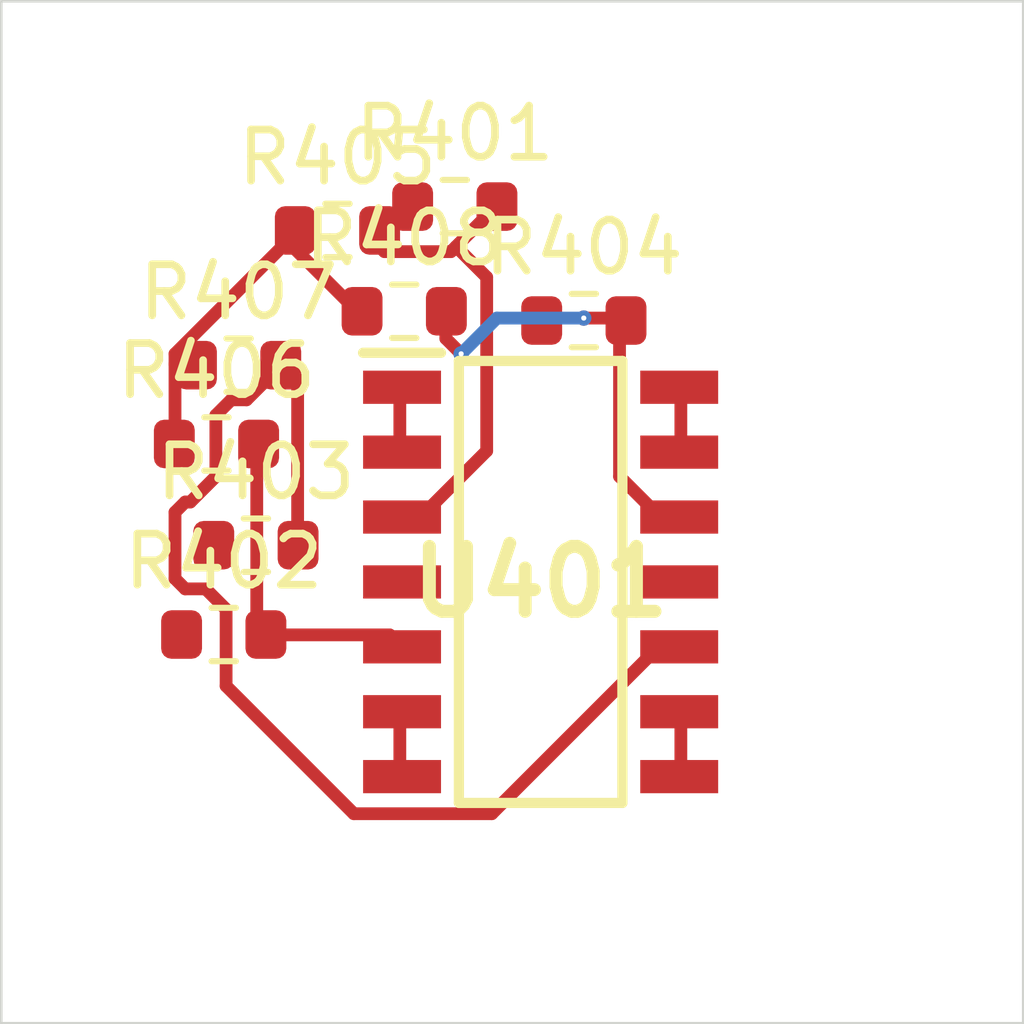
<source format=kicad_pcb>
 ( kicad_pcb  ( version 20171130 )
 ( host pcbnew 5.1.12-84ad8e8a86~92~ubuntu18.04.1 )
 ( general  ( thickness 1.6 )
 ( drawings 4 )
 ( tracks 0 )
 ( zones 0 )
 ( modules 9 )
 ( nets 14 )
)
 ( page A4 )
 ( layers  ( 0 F.Cu signal )
 ( 31 B.Cu signal )
 ( 32 B.Adhes user )
 ( 33 F.Adhes user )
 ( 34 B.Paste user )
 ( 35 F.Paste user )
 ( 36 B.SilkS user )
 ( 37 F.SilkS user )
 ( 38 B.Mask user )
 ( 39 F.Mask user )
 ( 40 Dwgs.User user )
 ( 41 Cmts.User user )
 ( 42 Eco1.User user )
 ( 43 Eco2.User user )
 ( 44 Edge.Cuts user )
 ( 45 Margin user )
 ( 46 B.CrtYd user )
 ( 47 F.CrtYd user )
 ( 48 B.Fab user )
 ( 49 F.Fab user )
)
 ( setup  ( last_trace_width 0.25 )
 ( trace_clearance 0.2 )
 ( zone_clearance 0.508 )
 ( zone_45_only no )
 ( trace_min 0.2 )
 ( via_size 0.8 )
 ( via_drill 0.4 )
 ( via_min_size 0.4 )
 ( via_min_drill 0.3 )
 ( uvia_size 0.3 )
 ( uvia_drill 0.1 )
 ( uvias_allowed no )
 ( uvia_min_size 0.2 )
 ( uvia_min_drill 0.1 )
 ( edge_width 0.05 )
 ( segment_width 0.2 )
 ( pcb_text_width 0.3 )
 ( pcb_text_size 1.5 1.5 )
 ( mod_edge_width 0.12 )
 ( mod_text_size 1 1 )
 ( mod_text_width 0.15 )
 ( pad_size 1.524 1.524 )
 ( pad_drill 0.762 )
 ( pad_to_mask_clearance 0 )
 ( aux_axis_origin 0 0 )
 ( visible_elements FFFFFF7F )
 ( pcbplotparams  ( layerselection 0x010fc_ffffffff )
 ( usegerberextensions false )
 ( usegerberattributes true )
 ( usegerberadvancedattributes true )
 ( creategerberjobfile true )
 ( excludeedgelayer true )
 ( linewidth 0.100000 )
 ( plotframeref false )
 ( viasonmask false )
 ( mode 1 )
 ( useauxorigin false )
 ( hpglpennumber 1 )
 ( hpglpenspeed 20 )
 ( hpglpendiameter 15.000000 )
 ( psnegative false )
 ( psa4output false )
 ( plotreference true )
 ( plotvalue true )
 ( plotinvisibletext false )
 ( padsonsilk false )
 ( subtractmaskfromsilk false )
 ( outputformat 1 )
 ( mirror false )
 ( drillshape 1 )
 ( scaleselection 1 )
 ( outputdirectory "" )
)
)
 ( net 0 "" )
 ( net 1 /Sheet6235D886/vp )
 ( net 2 /Sheet6248AD22/chn0 )
 ( net 3 /Sheet6248AD22/chn1 )
 ( net 4 /Sheet6248AD22/chn2 )
 ( net 5 /Sheet6248AD22/chn3 )
 ( net 6 "Net-(R401-Pad2)" )
 ( net 7 "Net-(R402-Pad2)" )
 ( net 8 "Net-(R403-Pad2)" )
 ( net 9 "Net-(R404-Pad2)" )
 ( net 10 /Sheet6248AD22/chn0_n )
 ( net 11 /Sheet6248AD22/chn1_n )
 ( net 12 /Sheet6248AD22/chn2_n )
 ( net 13 /Sheet6248AD22/chn3_n )
 ( net_class Default "This is the default net class."  ( clearance 0.2 )
 ( trace_width 0.25 )
 ( via_dia 0.8 )
 ( via_drill 0.4 )
 ( uvia_dia 0.3 )
 ( uvia_drill 0.1 )
 ( add_net /Sheet6235D886/vp )
 ( add_net /Sheet6248AD22/chn0 )
 ( add_net /Sheet6248AD22/chn0_n )
 ( add_net /Sheet6248AD22/chn1 )
 ( add_net /Sheet6248AD22/chn1_n )
 ( add_net /Sheet6248AD22/chn2 )
 ( add_net /Sheet6248AD22/chn2_n )
 ( add_net /Sheet6248AD22/chn3 )
 ( add_net /Sheet6248AD22/chn3_n )
 ( add_net "Net-(R401-Pad2)" )
 ( add_net "Net-(R402-Pad2)" )
 ( add_net "Net-(R403-Pad2)" )
 ( add_net "Net-(R404-Pad2)" )
)
 ( module Resistor_SMD:R_0603_1608Metric  ( layer F.Cu )
 ( tedit 5F68FEEE )
 ( tstamp 623425C8 )
 ( at 88.875700 104.018000 )
 ( descr "Resistor SMD 0603 (1608 Metric), square (rectangular) end terminal, IPC_7351 nominal, (Body size source: IPC-SM-782 page 72, https://www.pcb-3d.com/wordpress/wp-content/uploads/ipc-sm-782a_amendment_1_and_2.pdf), generated with kicad-footprint-generator" )
 ( tags resistor )
 ( path /6248AD23/6249ADFD )
 ( attr smd )
 ( fp_text reference R401  ( at 0 -1.43 )
 ( layer F.SilkS )
 ( effects  ( font  ( size 1 1 )
 ( thickness 0.15 )
)
)
)
 ( fp_text value 10M  ( at 0 1.43 )
 ( layer F.Fab )
 ( effects  ( font  ( size 1 1 )
 ( thickness 0.15 )
)
)
)
 ( fp_line  ( start -0.8 0.4125 )
 ( end -0.8 -0.4125 )
 ( layer F.Fab )
 ( width 0.1 )
)
 ( fp_line  ( start -0.8 -0.4125 )
 ( end 0.8 -0.4125 )
 ( layer F.Fab )
 ( width 0.1 )
)
 ( fp_line  ( start 0.8 -0.4125 )
 ( end 0.8 0.4125 )
 ( layer F.Fab )
 ( width 0.1 )
)
 ( fp_line  ( start 0.8 0.4125 )
 ( end -0.8 0.4125 )
 ( layer F.Fab )
 ( width 0.1 )
)
 ( fp_line  ( start -0.237258 -0.5225 )
 ( end 0.237258 -0.5225 )
 ( layer F.SilkS )
 ( width 0.12 )
)
 ( fp_line  ( start -0.237258 0.5225 )
 ( end 0.237258 0.5225 )
 ( layer F.SilkS )
 ( width 0.12 )
)
 ( fp_line  ( start -1.48 0.73 )
 ( end -1.48 -0.73 )
 ( layer F.CrtYd )
 ( width 0.05 )
)
 ( fp_line  ( start -1.48 -0.73 )
 ( end 1.48 -0.73 )
 ( layer F.CrtYd )
 ( width 0.05 )
)
 ( fp_line  ( start 1.48 -0.73 )
 ( end 1.48 0.73 )
 ( layer F.CrtYd )
 ( width 0.05 )
)
 ( fp_line  ( start 1.48 0.73 )
 ( end -1.48 0.73 )
 ( layer F.CrtYd )
 ( width 0.05 )
)
 ( fp_text user %R  ( at 0 0 )
 ( layer F.Fab )
 ( effects  ( font  ( size 0.4 0.4 )
 ( thickness 0.06 )
)
)
)
 ( pad 2 smd roundrect  ( at 0.825 0 )
 ( size 0.8 0.95 )
 ( layers F.Cu F.Mask F.Paste )
 ( roundrect_rratio 0.25 )
 ( net 6 "Net-(R401-Pad2)" )
)
 ( pad 1 smd roundrect  ( at -0.825 0 )
 ( size 0.8 0.95 )
 ( layers F.Cu F.Mask F.Paste )
 ( roundrect_rratio 0.25 )
 ( net 10 /Sheet6248AD22/chn0_n )
)
 ( model ${KISYS3DMOD}/Resistor_SMD.3dshapes/R_0603_1608Metric.wrl  ( at  ( xyz 0 0 0 )
)
 ( scale  ( xyz 1 1 1 )
)
 ( rotate  ( xyz 0 0 0 )
)
)
)
 ( module Resistor_SMD:R_0603_1608Metric  ( layer F.Cu )
 ( tedit 5F68FEEE )
 ( tstamp 623425D9 )
 ( at 84.353800 112.393000 )
 ( descr "Resistor SMD 0603 (1608 Metric), square (rectangular) end terminal, IPC_7351 nominal, (Body size source: IPC-SM-782 page 72, https://www.pcb-3d.com/wordpress/wp-content/uploads/ipc-sm-782a_amendment_1_and_2.pdf), generated with kicad-footprint-generator" )
 ( tags resistor )
 ( path /6248AD23/6249B75E )
 ( attr smd )
 ( fp_text reference R402  ( at 0 -1.43 )
 ( layer F.SilkS )
 ( effects  ( font  ( size 1 1 )
 ( thickness 0.15 )
)
)
)
 ( fp_text value 10M  ( at 0 1.43 )
 ( layer F.Fab )
 ( effects  ( font  ( size 1 1 )
 ( thickness 0.15 )
)
)
)
 ( fp_line  ( start 1.48 0.73 )
 ( end -1.48 0.73 )
 ( layer F.CrtYd )
 ( width 0.05 )
)
 ( fp_line  ( start 1.48 -0.73 )
 ( end 1.48 0.73 )
 ( layer F.CrtYd )
 ( width 0.05 )
)
 ( fp_line  ( start -1.48 -0.73 )
 ( end 1.48 -0.73 )
 ( layer F.CrtYd )
 ( width 0.05 )
)
 ( fp_line  ( start -1.48 0.73 )
 ( end -1.48 -0.73 )
 ( layer F.CrtYd )
 ( width 0.05 )
)
 ( fp_line  ( start -0.237258 0.5225 )
 ( end 0.237258 0.5225 )
 ( layer F.SilkS )
 ( width 0.12 )
)
 ( fp_line  ( start -0.237258 -0.5225 )
 ( end 0.237258 -0.5225 )
 ( layer F.SilkS )
 ( width 0.12 )
)
 ( fp_line  ( start 0.8 0.4125 )
 ( end -0.8 0.4125 )
 ( layer F.Fab )
 ( width 0.1 )
)
 ( fp_line  ( start 0.8 -0.4125 )
 ( end 0.8 0.4125 )
 ( layer F.Fab )
 ( width 0.1 )
)
 ( fp_line  ( start -0.8 -0.4125 )
 ( end 0.8 -0.4125 )
 ( layer F.Fab )
 ( width 0.1 )
)
 ( fp_line  ( start -0.8 0.4125 )
 ( end -0.8 -0.4125 )
 ( layer F.Fab )
 ( width 0.1 )
)
 ( fp_text user %R  ( at 0 0 )
 ( layer F.Fab )
 ( effects  ( font  ( size 0.4 0.4 )
 ( thickness 0.06 )
)
)
)
 ( pad 1 smd roundrect  ( at -0.825 0 )
 ( size 0.8 0.95 )
 ( layers F.Cu F.Mask F.Paste )
 ( roundrect_rratio 0.25 )
 ( net 11 /Sheet6248AD22/chn1_n )
)
 ( pad 2 smd roundrect  ( at 0.825 0 )
 ( size 0.8 0.95 )
 ( layers F.Cu F.Mask F.Paste )
 ( roundrect_rratio 0.25 )
 ( net 7 "Net-(R402-Pad2)" )
)
 ( model ${KISYS3DMOD}/Resistor_SMD.3dshapes/R_0603_1608Metric.wrl  ( at  ( xyz 0 0 0 )
)
 ( scale  ( xyz 1 1 1 )
)
 ( rotate  ( xyz 0 0 0 )
)
)
)
 ( module Resistor_SMD:R_0603_1608Metric  ( layer F.Cu )
 ( tedit 5F68FEEE )
 ( tstamp 623425EA )
 ( at 84.983600 110.645000 )
 ( descr "Resistor SMD 0603 (1608 Metric), square (rectangular) end terminal, IPC_7351 nominal, (Body size source: IPC-SM-782 page 72, https://www.pcb-3d.com/wordpress/wp-content/uploads/ipc-sm-782a_amendment_1_and_2.pdf), generated with kicad-footprint-generator" )
 ( tags resistor )
 ( path /6248AD23/6249FB7A )
 ( attr smd )
 ( fp_text reference R403  ( at 0 -1.43 )
 ( layer F.SilkS )
 ( effects  ( font  ( size 1 1 )
 ( thickness 0.15 )
)
)
)
 ( fp_text value 10M  ( at 0 1.43 )
 ( layer F.Fab )
 ( effects  ( font  ( size 1 1 )
 ( thickness 0.15 )
)
)
)
 ( fp_line  ( start 1.48 0.73 )
 ( end -1.48 0.73 )
 ( layer F.CrtYd )
 ( width 0.05 )
)
 ( fp_line  ( start 1.48 -0.73 )
 ( end 1.48 0.73 )
 ( layer F.CrtYd )
 ( width 0.05 )
)
 ( fp_line  ( start -1.48 -0.73 )
 ( end 1.48 -0.73 )
 ( layer F.CrtYd )
 ( width 0.05 )
)
 ( fp_line  ( start -1.48 0.73 )
 ( end -1.48 -0.73 )
 ( layer F.CrtYd )
 ( width 0.05 )
)
 ( fp_line  ( start -0.237258 0.5225 )
 ( end 0.237258 0.5225 )
 ( layer F.SilkS )
 ( width 0.12 )
)
 ( fp_line  ( start -0.237258 -0.5225 )
 ( end 0.237258 -0.5225 )
 ( layer F.SilkS )
 ( width 0.12 )
)
 ( fp_line  ( start 0.8 0.4125 )
 ( end -0.8 0.4125 )
 ( layer F.Fab )
 ( width 0.1 )
)
 ( fp_line  ( start 0.8 -0.4125 )
 ( end 0.8 0.4125 )
 ( layer F.Fab )
 ( width 0.1 )
)
 ( fp_line  ( start -0.8 -0.4125 )
 ( end 0.8 -0.4125 )
 ( layer F.Fab )
 ( width 0.1 )
)
 ( fp_line  ( start -0.8 0.4125 )
 ( end -0.8 -0.4125 )
 ( layer F.Fab )
 ( width 0.1 )
)
 ( fp_text user %R  ( at 0 0 )
 ( layer F.Fab )
 ( effects  ( font  ( size 0.4 0.4 )
 ( thickness 0.06 )
)
)
)
 ( pad 1 smd roundrect  ( at -0.825 0 )
 ( size 0.8 0.95 )
 ( layers F.Cu F.Mask F.Paste )
 ( roundrect_rratio 0.25 )
 ( net 12 /Sheet6248AD22/chn2_n )
)
 ( pad 2 smd roundrect  ( at 0.825 0 )
 ( size 0.8 0.95 )
 ( layers F.Cu F.Mask F.Paste )
 ( roundrect_rratio 0.25 )
 ( net 8 "Net-(R403-Pad2)" )
)
 ( model ${KISYS3DMOD}/Resistor_SMD.3dshapes/R_0603_1608Metric.wrl  ( at  ( xyz 0 0 0 )
)
 ( scale  ( xyz 1 1 1 )
)
 ( rotate  ( xyz 0 0 0 )
)
)
)
 ( module Resistor_SMD:R_0603_1608Metric  ( layer F.Cu )
 ( tedit 5F68FEEE )
 ( tstamp 623425FB )
 ( at 91.401600 106.248000 )
 ( descr "Resistor SMD 0603 (1608 Metric), square (rectangular) end terminal, IPC_7351 nominal, (Body size source: IPC-SM-782 page 72, https://www.pcb-3d.com/wordpress/wp-content/uploads/ipc-sm-782a_amendment_1_and_2.pdf), generated with kicad-footprint-generator" )
 ( tags resistor )
 ( path /6248AD23/6249FB74 )
 ( attr smd )
 ( fp_text reference R404  ( at 0 -1.43 )
 ( layer F.SilkS )
 ( effects  ( font  ( size 1 1 )
 ( thickness 0.15 )
)
)
)
 ( fp_text value 10M  ( at 0 1.43 )
 ( layer F.Fab )
 ( effects  ( font  ( size 1 1 )
 ( thickness 0.15 )
)
)
)
 ( fp_line  ( start -0.8 0.4125 )
 ( end -0.8 -0.4125 )
 ( layer F.Fab )
 ( width 0.1 )
)
 ( fp_line  ( start -0.8 -0.4125 )
 ( end 0.8 -0.4125 )
 ( layer F.Fab )
 ( width 0.1 )
)
 ( fp_line  ( start 0.8 -0.4125 )
 ( end 0.8 0.4125 )
 ( layer F.Fab )
 ( width 0.1 )
)
 ( fp_line  ( start 0.8 0.4125 )
 ( end -0.8 0.4125 )
 ( layer F.Fab )
 ( width 0.1 )
)
 ( fp_line  ( start -0.237258 -0.5225 )
 ( end 0.237258 -0.5225 )
 ( layer F.SilkS )
 ( width 0.12 )
)
 ( fp_line  ( start -0.237258 0.5225 )
 ( end 0.237258 0.5225 )
 ( layer F.SilkS )
 ( width 0.12 )
)
 ( fp_line  ( start -1.48 0.73 )
 ( end -1.48 -0.73 )
 ( layer F.CrtYd )
 ( width 0.05 )
)
 ( fp_line  ( start -1.48 -0.73 )
 ( end 1.48 -0.73 )
 ( layer F.CrtYd )
 ( width 0.05 )
)
 ( fp_line  ( start 1.48 -0.73 )
 ( end 1.48 0.73 )
 ( layer F.CrtYd )
 ( width 0.05 )
)
 ( fp_line  ( start 1.48 0.73 )
 ( end -1.48 0.73 )
 ( layer F.CrtYd )
 ( width 0.05 )
)
 ( fp_text user %R  ( at 0 0 )
 ( layer F.Fab )
 ( effects  ( font  ( size 0.4 0.4 )
 ( thickness 0.06 )
)
)
)
 ( pad 2 smd roundrect  ( at 0.825 0 )
 ( size 0.8 0.95 )
 ( layers F.Cu F.Mask F.Paste )
 ( roundrect_rratio 0.25 )
 ( net 9 "Net-(R404-Pad2)" )
)
 ( pad 1 smd roundrect  ( at -0.825 0 )
 ( size 0.8 0.95 )
 ( layers F.Cu F.Mask F.Paste )
 ( roundrect_rratio 0.25 )
 ( net 13 /Sheet6248AD22/chn3_n )
)
 ( model ${KISYS3DMOD}/Resistor_SMD.3dshapes/R_0603_1608Metric.wrl  ( at  ( xyz 0 0 0 )
)
 ( scale  ( xyz 1 1 1 )
)
 ( rotate  ( xyz 0 0 0 )
)
)
)
 ( module Resistor_SMD:R_0603_1608Metric  ( layer F.Cu )
 ( tedit 5F68FEEE )
 ( tstamp 6234260C )
 ( at 86.579400 104.485000 )
 ( descr "Resistor SMD 0603 (1608 Metric), square (rectangular) end terminal, IPC_7351 nominal, (Body size source: IPC-SM-782 page 72, https://www.pcb-3d.com/wordpress/wp-content/uploads/ipc-sm-782a_amendment_1_and_2.pdf), generated with kicad-footprint-generator" )
 ( tags resistor )
 ( path /6248AD23/62497F62 )
 ( attr smd )
 ( fp_text reference R405  ( at 0 -1.43 )
 ( layer F.SilkS )
 ( effects  ( font  ( size 1 1 )
 ( thickness 0.15 )
)
)
)
 ( fp_text value 750k  ( at 0 1.43 )
 ( layer F.Fab )
 ( effects  ( font  ( size 1 1 )
 ( thickness 0.15 )
)
)
)
 ( fp_line  ( start -0.8 0.4125 )
 ( end -0.8 -0.4125 )
 ( layer F.Fab )
 ( width 0.1 )
)
 ( fp_line  ( start -0.8 -0.4125 )
 ( end 0.8 -0.4125 )
 ( layer F.Fab )
 ( width 0.1 )
)
 ( fp_line  ( start 0.8 -0.4125 )
 ( end 0.8 0.4125 )
 ( layer F.Fab )
 ( width 0.1 )
)
 ( fp_line  ( start 0.8 0.4125 )
 ( end -0.8 0.4125 )
 ( layer F.Fab )
 ( width 0.1 )
)
 ( fp_line  ( start -0.237258 -0.5225 )
 ( end 0.237258 -0.5225 )
 ( layer F.SilkS )
 ( width 0.12 )
)
 ( fp_line  ( start -0.237258 0.5225 )
 ( end 0.237258 0.5225 )
 ( layer F.SilkS )
 ( width 0.12 )
)
 ( fp_line  ( start -1.48 0.73 )
 ( end -1.48 -0.73 )
 ( layer F.CrtYd )
 ( width 0.05 )
)
 ( fp_line  ( start -1.48 -0.73 )
 ( end 1.48 -0.73 )
 ( layer F.CrtYd )
 ( width 0.05 )
)
 ( fp_line  ( start 1.48 -0.73 )
 ( end 1.48 0.73 )
 ( layer F.CrtYd )
 ( width 0.05 )
)
 ( fp_line  ( start 1.48 0.73 )
 ( end -1.48 0.73 )
 ( layer F.CrtYd )
 ( width 0.05 )
)
 ( fp_text user %R  ( at 0 0 )
 ( layer F.Fab )
 ( effects  ( font  ( size 0.4 0.4 )
 ( thickness 0.06 )
)
)
)
 ( pad 2 smd roundrect  ( at 0.825 0 )
 ( size 0.8 0.95 )
 ( layers F.Cu F.Mask F.Paste )
 ( roundrect_rratio 0.25 )
 ( net 6 "Net-(R401-Pad2)" )
)
 ( pad 1 smd roundrect  ( at -0.825 0 )
 ( size 0.8 0.95 )
 ( layers F.Cu F.Mask F.Paste )
 ( roundrect_rratio 0.25 )
 ( net 1 /Sheet6235D886/vp )
)
 ( model ${KISYS3DMOD}/Resistor_SMD.3dshapes/R_0603_1608Metric.wrl  ( at  ( xyz 0 0 0 )
)
 ( scale  ( xyz 1 1 1 )
)
 ( rotate  ( xyz 0 0 0 )
)
)
)
 ( module Resistor_SMD:R_0603_1608Metric  ( layer F.Cu )
 ( tedit 5F68FEEE )
 ( tstamp 6234261D )
 ( at 84.211500 108.664000 )
 ( descr "Resistor SMD 0603 (1608 Metric), square (rectangular) end terminal, IPC_7351 nominal, (Body size source: IPC-SM-782 page 72, https://www.pcb-3d.com/wordpress/wp-content/uploads/ipc-sm-782a_amendment_1_and_2.pdf), generated with kicad-footprint-generator" )
 ( tags resistor )
 ( path /6248AD23/62499098 )
 ( attr smd )
 ( fp_text reference R406  ( at 0 -1.43 )
 ( layer F.SilkS )
 ( effects  ( font  ( size 1 1 )
 ( thickness 0.15 )
)
)
)
 ( fp_text value 750k  ( at 0 1.43 )
 ( layer F.Fab )
 ( effects  ( font  ( size 1 1 )
 ( thickness 0.15 )
)
)
)
 ( fp_line  ( start 1.48 0.73 )
 ( end -1.48 0.73 )
 ( layer F.CrtYd )
 ( width 0.05 )
)
 ( fp_line  ( start 1.48 -0.73 )
 ( end 1.48 0.73 )
 ( layer F.CrtYd )
 ( width 0.05 )
)
 ( fp_line  ( start -1.48 -0.73 )
 ( end 1.48 -0.73 )
 ( layer F.CrtYd )
 ( width 0.05 )
)
 ( fp_line  ( start -1.48 0.73 )
 ( end -1.48 -0.73 )
 ( layer F.CrtYd )
 ( width 0.05 )
)
 ( fp_line  ( start -0.237258 0.5225 )
 ( end 0.237258 0.5225 )
 ( layer F.SilkS )
 ( width 0.12 )
)
 ( fp_line  ( start -0.237258 -0.5225 )
 ( end 0.237258 -0.5225 )
 ( layer F.SilkS )
 ( width 0.12 )
)
 ( fp_line  ( start 0.8 0.4125 )
 ( end -0.8 0.4125 )
 ( layer F.Fab )
 ( width 0.1 )
)
 ( fp_line  ( start 0.8 -0.4125 )
 ( end 0.8 0.4125 )
 ( layer F.Fab )
 ( width 0.1 )
)
 ( fp_line  ( start -0.8 -0.4125 )
 ( end 0.8 -0.4125 )
 ( layer F.Fab )
 ( width 0.1 )
)
 ( fp_line  ( start -0.8 0.4125 )
 ( end -0.8 -0.4125 )
 ( layer F.Fab )
 ( width 0.1 )
)
 ( fp_text user %R  ( at 0 0 )
 ( layer F.Fab )
 ( effects  ( font  ( size 0.4 0.4 )
 ( thickness 0.06 )
)
)
)
 ( pad 1 smd roundrect  ( at -0.825 0 )
 ( size 0.8 0.95 )
 ( layers F.Cu F.Mask F.Paste )
 ( roundrect_rratio 0.25 )
 ( net 1 /Sheet6235D886/vp )
)
 ( pad 2 smd roundrect  ( at 0.825 0 )
 ( size 0.8 0.95 )
 ( layers F.Cu F.Mask F.Paste )
 ( roundrect_rratio 0.25 )
 ( net 7 "Net-(R402-Pad2)" )
)
 ( model ${KISYS3DMOD}/Resistor_SMD.3dshapes/R_0603_1608Metric.wrl  ( at  ( xyz 0 0 0 )
)
 ( scale  ( xyz 1 1 1 )
)
 ( rotate  ( xyz 0 0 0 )
)
)
)
 ( module Resistor_SMD:R_0603_1608Metric  ( layer F.Cu )
 ( tedit 5F68FEEE )
 ( tstamp 6234262E )
 ( at 84.644700 107.122000 )
 ( descr "Resistor SMD 0603 (1608 Metric), square (rectangular) end terminal, IPC_7351 nominal, (Body size source: IPC-SM-782 page 72, https://www.pcb-3d.com/wordpress/wp-content/uploads/ipc-sm-782a_amendment_1_and_2.pdf), generated with kicad-footprint-generator" )
 ( tags resistor )
 ( path /6248AD23/624A0FFB )
 ( attr smd )
 ( fp_text reference R407  ( at 0 -1.43 )
 ( layer F.SilkS )
 ( effects  ( font  ( size 1 1 )
 ( thickness 0.15 )
)
)
)
 ( fp_text value 1.5M  ( at 0 1.43 )
 ( layer F.Fab )
 ( effects  ( font  ( size 1 1 )
 ( thickness 0.15 )
)
)
)
 ( fp_line  ( start 1.48 0.73 )
 ( end -1.48 0.73 )
 ( layer F.CrtYd )
 ( width 0.05 )
)
 ( fp_line  ( start 1.48 -0.73 )
 ( end 1.48 0.73 )
 ( layer F.CrtYd )
 ( width 0.05 )
)
 ( fp_line  ( start -1.48 -0.73 )
 ( end 1.48 -0.73 )
 ( layer F.CrtYd )
 ( width 0.05 )
)
 ( fp_line  ( start -1.48 0.73 )
 ( end -1.48 -0.73 )
 ( layer F.CrtYd )
 ( width 0.05 )
)
 ( fp_line  ( start -0.237258 0.5225 )
 ( end 0.237258 0.5225 )
 ( layer F.SilkS )
 ( width 0.12 )
)
 ( fp_line  ( start -0.237258 -0.5225 )
 ( end 0.237258 -0.5225 )
 ( layer F.SilkS )
 ( width 0.12 )
)
 ( fp_line  ( start 0.8 0.4125 )
 ( end -0.8 0.4125 )
 ( layer F.Fab )
 ( width 0.1 )
)
 ( fp_line  ( start 0.8 -0.4125 )
 ( end 0.8 0.4125 )
 ( layer F.Fab )
 ( width 0.1 )
)
 ( fp_line  ( start -0.8 -0.4125 )
 ( end 0.8 -0.4125 )
 ( layer F.Fab )
 ( width 0.1 )
)
 ( fp_line  ( start -0.8 0.4125 )
 ( end -0.8 -0.4125 )
 ( layer F.Fab )
 ( width 0.1 )
)
 ( fp_text user %R  ( at 0 0 )
 ( layer F.Fab )
 ( effects  ( font  ( size 0.4 0.4 )
 ( thickness 0.06 )
)
)
)
 ( pad 1 smd roundrect  ( at -0.825 0 )
 ( size 0.8 0.95 )
 ( layers F.Cu F.Mask F.Paste )
 ( roundrect_rratio 0.25 )
 ( net 1 /Sheet6235D886/vp )
)
 ( pad 2 smd roundrect  ( at 0.825 0 )
 ( size 0.8 0.95 )
 ( layers F.Cu F.Mask F.Paste )
 ( roundrect_rratio 0.25 )
 ( net 8 "Net-(R403-Pad2)" )
)
 ( model ${KISYS3DMOD}/Resistor_SMD.3dshapes/R_0603_1608Metric.wrl  ( at  ( xyz 0 0 0 )
)
 ( scale  ( xyz 1 1 1 )
)
 ( rotate  ( xyz 0 0 0 )
)
)
)
 ( module Resistor_SMD:R_0603_1608Metric  ( layer F.Cu )
 ( tedit 5F68FEEE )
 ( tstamp 6234263F )
 ( at 87.885900 106.067000 )
 ( descr "Resistor SMD 0603 (1608 Metric), square (rectangular) end terminal, IPC_7351 nominal, (Body size source: IPC-SM-782 page 72, https://www.pcb-3d.com/wordpress/wp-content/uploads/ipc-sm-782a_amendment_1_and_2.pdf), generated with kicad-footprint-generator" )
 ( tags resistor )
 ( path /6248AD23/624A093C )
 ( attr smd )
 ( fp_text reference R408  ( at 0 -1.43 )
 ( layer F.SilkS )
 ( effects  ( font  ( size 1 1 )
 ( thickness 0.15 )
)
)
)
 ( fp_text value 1.5M  ( at 0 1.43 )
 ( layer F.Fab )
 ( effects  ( font  ( size 1 1 )
 ( thickness 0.15 )
)
)
)
 ( fp_line  ( start -0.8 0.4125 )
 ( end -0.8 -0.4125 )
 ( layer F.Fab )
 ( width 0.1 )
)
 ( fp_line  ( start -0.8 -0.4125 )
 ( end 0.8 -0.4125 )
 ( layer F.Fab )
 ( width 0.1 )
)
 ( fp_line  ( start 0.8 -0.4125 )
 ( end 0.8 0.4125 )
 ( layer F.Fab )
 ( width 0.1 )
)
 ( fp_line  ( start 0.8 0.4125 )
 ( end -0.8 0.4125 )
 ( layer F.Fab )
 ( width 0.1 )
)
 ( fp_line  ( start -0.237258 -0.5225 )
 ( end 0.237258 -0.5225 )
 ( layer F.SilkS )
 ( width 0.12 )
)
 ( fp_line  ( start -0.237258 0.5225 )
 ( end 0.237258 0.5225 )
 ( layer F.SilkS )
 ( width 0.12 )
)
 ( fp_line  ( start -1.48 0.73 )
 ( end -1.48 -0.73 )
 ( layer F.CrtYd )
 ( width 0.05 )
)
 ( fp_line  ( start -1.48 -0.73 )
 ( end 1.48 -0.73 )
 ( layer F.CrtYd )
 ( width 0.05 )
)
 ( fp_line  ( start 1.48 -0.73 )
 ( end 1.48 0.73 )
 ( layer F.CrtYd )
 ( width 0.05 )
)
 ( fp_line  ( start 1.48 0.73 )
 ( end -1.48 0.73 )
 ( layer F.CrtYd )
 ( width 0.05 )
)
 ( fp_text user %R  ( at 0 0 )
 ( layer F.Fab )
 ( effects  ( font  ( size 0.4 0.4 )
 ( thickness 0.06 )
)
)
)
 ( pad 2 smd roundrect  ( at 0.825 0 )
 ( size 0.8 0.95 )
 ( layers F.Cu F.Mask F.Paste )
 ( roundrect_rratio 0.25 )
 ( net 9 "Net-(R404-Pad2)" )
)
 ( pad 1 smd roundrect  ( at -0.825 0 )
 ( size 0.8 0.95 )
 ( layers F.Cu F.Mask F.Paste )
 ( roundrect_rratio 0.25 )
 ( net 1 /Sheet6235D886/vp )
)
 ( model ${KISYS3DMOD}/Resistor_SMD.3dshapes/R_0603_1608Metric.wrl  ( at  ( xyz 0 0 0 )
)
 ( scale  ( xyz 1 1 1 )
)
 ( rotate  ( xyz 0 0 0 )
)
)
)
 ( module TL074HIDR:SOIC127P600X175-14N locked  ( layer F.Cu )
 ( tedit 62336F37 )
 ( tstamp 62342709 )
 ( at 90.555600 111.364000 )
 ( descr "D (-R-PDSO-G14)" )
 ( tags "Integrated Circuit" )
 ( path /6248AD23/624976B2 )
 ( attr smd )
 ( fp_text reference U401  ( at 0 0 )
 ( layer F.SilkS )
 ( effects  ( font  ( size 1.27 1.27 )
 ( thickness 0.254 )
)
)
)
 ( fp_text value TL074  ( at 0 0 )
 ( layer F.SilkS )
hide  ( effects  ( font  ( size 1.27 1.27 )
 ( thickness 0.254 )
)
)
)
 ( fp_line  ( start -3.725 -4.625 )
 ( end 3.725 -4.625 )
 ( layer Dwgs.User )
 ( width 0.05 )
)
 ( fp_line  ( start 3.725 -4.625 )
 ( end 3.725 4.625 )
 ( layer Dwgs.User )
 ( width 0.05 )
)
 ( fp_line  ( start 3.725 4.625 )
 ( end -3.725 4.625 )
 ( layer Dwgs.User )
 ( width 0.05 )
)
 ( fp_line  ( start -3.725 4.625 )
 ( end -3.725 -4.625 )
 ( layer Dwgs.User )
 ( width 0.05 )
)
 ( fp_line  ( start -1.95 -4.325 )
 ( end 1.95 -4.325 )
 ( layer Dwgs.User )
 ( width 0.1 )
)
 ( fp_line  ( start 1.95 -4.325 )
 ( end 1.95 4.325 )
 ( layer Dwgs.User )
 ( width 0.1 )
)
 ( fp_line  ( start 1.95 4.325 )
 ( end -1.95 4.325 )
 ( layer Dwgs.User )
 ( width 0.1 )
)
 ( fp_line  ( start -1.95 4.325 )
 ( end -1.95 -4.325 )
 ( layer Dwgs.User )
 ( width 0.1 )
)
 ( fp_line  ( start -1.95 -3.055 )
 ( end -0.68 -4.325 )
 ( layer Dwgs.User )
 ( width 0.1 )
)
 ( fp_line  ( start -1.6 -4.325 )
 ( end 1.6 -4.325 )
 ( layer F.SilkS )
 ( width 0.2 )
)
 ( fp_line  ( start 1.6 -4.325 )
 ( end 1.6 4.325 )
 ( layer F.SilkS )
 ( width 0.2 )
)
 ( fp_line  ( start 1.6 4.325 )
 ( end -1.6 4.325 )
 ( layer F.SilkS )
 ( width 0.2 )
)
 ( fp_line  ( start -1.6 4.325 )
 ( end -1.6 -4.325 )
 ( layer F.SilkS )
 ( width 0.2 )
)
 ( fp_line  ( start -3.475 -4.485 )
 ( end -1.95 -4.485 )
 ( layer F.SilkS )
 ( width 0.2 )
)
 ( pad 1 smd rect  ( at -2.712 -3.81 90.000000 )
 ( size 0.65 1.525 )
 ( layers F.Cu F.Mask F.Paste )
 ( net 2 /Sheet6248AD22/chn0 )
)
 ( pad 2 smd rect  ( at -2.712 -2.54 90.000000 )
 ( size 0.65 1.525 )
 ( layers F.Cu F.Mask F.Paste )
 ( net 2 /Sheet6248AD22/chn0 )
)
 ( pad 3 smd rect  ( at -2.712 -1.27 90.000000 )
 ( size 0.65 1.525 )
 ( layers F.Cu F.Mask F.Paste )
 ( net 6 "Net-(R401-Pad2)" )
)
 ( pad 4 smd rect  ( at -2.712 0 90.000000 )
 ( size 0.65 1.525 )
 ( layers F.Cu F.Mask F.Paste )
)
 ( pad 5 smd rect  ( at -2.712 1.27 90.000000 )
 ( size 0.65 1.525 )
 ( layers F.Cu F.Mask F.Paste )
 ( net 7 "Net-(R402-Pad2)" )
)
 ( pad 6 smd rect  ( at -2.712 2.54 90.000000 )
 ( size 0.65 1.525 )
 ( layers F.Cu F.Mask F.Paste )
 ( net 3 /Sheet6248AD22/chn1 )
)
 ( pad 7 smd rect  ( at -2.712 3.81 90.000000 )
 ( size 0.65 1.525 )
 ( layers F.Cu F.Mask F.Paste )
 ( net 3 /Sheet6248AD22/chn1 )
)
 ( pad 8 smd rect  ( at 2.712 3.81 90.000000 )
 ( size 0.65 1.525 )
 ( layers F.Cu F.Mask F.Paste )
 ( net 4 /Sheet6248AD22/chn2 )
)
 ( pad 9 smd rect  ( at 2.712 2.54 90.000000 )
 ( size 0.65 1.525 )
 ( layers F.Cu F.Mask F.Paste )
 ( net 4 /Sheet6248AD22/chn2 )
)
 ( pad 10 smd rect  ( at 2.712 1.27 90.000000 )
 ( size 0.65 1.525 )
 ( layers F.Cu F.Mask F.Paste )
 ( net 8 "Net-(R403-Pad2)" )
)
 ( pad 11 smd rect  ( at 2.712 0 90.000000 )
 ( size 0.65 1.525 )
 ( layers F.Cu F.Mask F.Paste )
)
 ( pad 12 smd rect  ( at 2.712 -1.27 90.000000 )
 ( size 0.65 1.525 )
 ( layers F.Cu F.Mask F.Paste )
 ( net 9 "Net-(R404-Pad2)" )
)
 ( pad 13 smd rect  ( at 2.712 -2.54 90.000000 )
 ( size 0.65 1.525 )
 ( layers F.Cu F.Mask F.Paste )
 ( net 5 /Sheet6248AD22/chn3 )
)
 ( pad 14 smd rect  ( at 2.712 -3.81 90.000000 )
 ( size 0.65 1.525 )
 ( layers F.Cu F.Mask F.Paste )
 ( net 5 /Sheet6248AD22/chn3 )
)
)
 ( gr_line  ( start 100 100 )
 ( end 100 120 )
 ( layer Edge.Cuts )
 ( width 0.05 )
 ( tstamp 62E76D2A )
)
 ( gr_line  ( start 80 120 )
 ( end 100 120 )
 ( layer Edge.Cuts )
 ( width 0.05 )
 ( tstamp 62E76D27 )
)
 ( gr_line  ( start 80 100 )
 ( end 80 120 )
 ( layer Edge.Cuts )
 ( width 0.05 )
 ( tstamp 6234110C )
)
 ( gr_line  ( start 80 100 )
 ( end 100 100 )
 ( layer Edge.Cuts )
 ( width 0.05 )
)
 ( segment  ( start 83.400001 108.700002 )
 ( end 83.400001 106.900002 )
 ( width 0.250000 )
 ( layer F.Cu )
 ( net 1 )
)
 ( segment  ( start 83.400001 106.900002 )
 ( end 85.800001 104.500002 )
 ( width 0.250000 )
 ( layer F.Cu )
 ( net 1 )
)
 ( segment  ( start 83.800001 107.100002 )
 ( end 83.400001 107.100002 )
 ( width 0.250000 )
 ( layer F.Cu )
 ( net 1 )
)
 ( segment  ( start 87.100001 106.100002 )
 ( end 87.000001 106.100002 )
 ( width 0.250000 )
 ( layer F.Cu )
 ( net 1 )
)
 ( segment  ( start 87.000001 106.100002 )
 ( end 85.600001 104.700002 )
 ( width 0.250000 )
 ( layer F.Cu )
 ( net 1 )
)
 ( segment  ( start 87.800001 108.800002 )
 ( end 87.800001 107.600002 )
 ( width 0.250000 )
 ( layer F.Cu )
 ( net 2 )
)
 ( segment  ( start 87.800001 115.200002 )
 ( end 87.800001 113.900002 )
 ( width 0.250000 )
 ( layer F.Cu )
 ( net 3 )
)
 ( segment  ( start 93.300001 113.900002 )
 ( end 93.300001 115.200002 )
 ( width 0.250000 )
 ( layer F.Cu )
 ( net 4 )
)
 ( segment  ( start 93.300001 107.600002 )
 ( end 93.300001 108.800002 )
 ( width 0.250000 )
 ( layer F.Cu )
 ( net 5 )
)
 ( segment  ( start 87.400001 104.500002 )
 ( end 87.300001 104.600002 )
 ( width 0.250000 )
 ( layer F.Cu )
 ( net 6 )
)
 ( segment  ( start 87.300001 104.600002 )
 ( end 87.300001 104.700002 )
 ( width 0.250000 )
 ( layer F.Cu )
 ( net 6 )
)
 ( segment  ( start 87.300001 104.700002 )
 ( end 87.500001 104.900002 )
 ( width 0.250000 )
 ( layer F.Cu )
 ( net 6 )
)
 ( segment  ( start 87.500001 104.900002 )
 ( end 88.800001 104.900002 )
 ( width 0.250000 )
 ( layer F.Cu )
 ( net 6 )
)
 ( segment  ( start 88.800001 104.900002 )
 ( end 89.700001 104.000002 )
 ( width 0.250000 )
 ( layer F.Cu )
 ( net 6 )
)
 ( segment  ( start 87.800001 110.100002 )
 ( end 88.200001 110.100002 )
 ( width 0.250000 )
 ( layer F.Cu )
 ( net 6 )
)
 ( segment  ( start 88.200001 110.100002 )
 ( end 89.500001 108.800002 )
 ( width 0.250000 )
 ( layer F.Cu )
 ( net 6 )
)
 ( segment  ( start 89.500001 108.800002 )
 ( end 89.500001 105.400002 )
 ( width 0.250000 )
 ( layer F.Cu )
 ( net 6 )
)
 ( segment  ( start 89.500001 105.400002 )
 ( end 88.900001 104.800002 )
 ( width 0.250000 )
 ( layer F.Cu )
 ( net 6 )
)
 ( segment  ( start 85.000001 108.700002 )
 ( end 85.000001 112.200002 )
 ( width 0.250000 )
 ( layer F.Cu )
 ( net 7 )
)
 ( segment  ( start 85.000001 112.200002 )
 ( end 85.200001 112.400002 )
 ( width 0.250000 )
 ( layer F.Cu )
 ( net 7 )
)
 ( segment  ( start 87.800001 112.600002 )
 ( end 87.600001 112.400002 )
 ( width 0.250000 )
 ( layer F.Cu )
 ( net 7 )
)
 ( segment  ( start 87.600001 112.400002 )
 ( end 85.200001 112.400002 )
 ( width 0.250000 )
 ( layer F.Cu )
 ( net 7 )
)
 ( segment  ( start 85.500001 107.100002 )
 ( end 85.800001 107.400002 )
 ( width 0.250000 )
 ( layer F.Cu )
 ( net 8 )
)
 ( segment  ( start 85.800001 107.400002 )
 ( end 85.800001 110.600002 )
 ( width 0.250000 )
 ( layer F.Cu )
 ( net 8 )
)
 ( segment  ( start 93.300001 112.600002 )
 ( end 92.900001 112.600002 )
 ( width 0.250000 )
 ( layer F.Cu )
 ( net 8 )
)
 ( segment  ( start 92.900001 112.600002 )
 ( end 89.600001 115.900002 )
 ( width 0.250000 )
 ( layer F.Cu )
 ( net 8 )
)
 ( segment  ( start 89.600001 115.900002 )
 ( end 86.900001 115.900002 )
 ( width 0.250000 )
 ( layer F.Cu )
 ( net 8 )
)
 ( segment  ( start 86.900001 115.900002 )
 ( end 84.400001 113.400002 )
 ( width 0.250000 )
 ( layer F.Cu )
 ( net 8 )
)
 ( segment  ( start 84.400001 113.400002 )
 ( end 84.400001 111.900002 )
 ( width 0.250000 )
 ( layer F.Cu )
 ( net 8 )
)
 ( segment  ( start 84.400001 111.900002 )
 ( end 84.000001 111.500002 )
 ( width 0.250000 )
 ( layer F.Cu )
 ( net 8 )
)
 ( segment  ( start 84.000001 111.500002 )
 ( end 83.600001 111.500002 )
 ( width 0.250000 )
 ( layer F.Cu )
 ( net 8 )
)
 ( segment  ( start 83.600001 111.500002 )
 ( end 83.400001 111.300002 )
 ( width 0.250000 )
 ( layer F.Cu )
 ( net 8 )
)
 ( segment  ( start 83.400001 111.300002 )
 ( end 83.400001 110.000002 )
 ( width 0.250000 )
 ( layer F.Cu )
 ( net 8 )
)
 ( segment  ( start 83.400001 110.000002 )
 ( end 83.600001 109.800002 )
 ( width 0.250000 )
 ( layer F.Cu )
 ( net 8 )
)
 ( segment  ( start 83.600001 109.800002 )
 ( end 83.700001 109.800002 )
 ( width 0.250000 )
 ( layer F.Cu )
 ( net 8 )
)
 ( segment  ( start 83.700001 109.800002 )
 ( end 84.200001 109.300002 )
 ( width 0.250000 )
 ( layer F.Cu )
 ( net 8 )
)
 ( segment  ( start 84.200001 109.300002 )
 ( end 84.200001 108.100002 )
 ( width 0.250000 )
 ( layer F.Cu )
 ( net 8 )
)
 ( segment  ( start 84.200001 108.100002 )
 ( end 84.500001 107.800002 )
 ( width 0.250000 )
 ( layer F.Cu )
 ( net 8 )
)
 ( segment  ( start 84.500001 107.800002 )
 ( end 84.800001 107.800002 )
 ( width 0.250000 )
 ( layer F.Cu )
 ( net 8 )
)
 ( segment  ( start 84.800001 107.800002 )
 ( end 85.500001 107.100002 )
 ( width 0.250000 )
 ( layer F.Cu )
 ( net 8 )
)
 ( segment  ( start 88.700001 106.100002 )
 ( end 88.700001 106.600002 )
 ( width 0.250000 )
 ( layer F.Cu )
 ( net 9 )
)
 ( segment  ( start 88.700001 106.600002 )
 ( end 89.000001 106.900002 )
 ( width 0.250000 )
 ( layer F.Cu )
 ( net 9 )
)
 ( segment  ( start 89.000001 106.900002 )
 ( end 89.700001 106.200002 )
 ( width 0.250000 )
 ( layer B.Cu )
 ( net 9 )
)
 ( segment  ( start 89.700001 106.200002 )
 ( end 91.400001 106.200002 )
 ( width 0.250000 )
 ( layer B.Cu )
 ( net 9 )
)
 ( segment  ( start 91.400001 106.200002 )
 ( end 92.200001 106.200002 )
 ( width 0.250000 )
 ( layer F.Cu )
 ( net 9 )
)
 ( segment  ( start 93.300001 110.100002 )
 ( end 92.900001 110.100002 )
 ( width 0.250000 )
 ( layer F.Cu )
 ( net 9 )
)
 ( segment  ( start 92.900001 110.100002 )
 ( end 92.100001 109.300002 )
 ( width 0.250000 )
 ( layer F.Cu )
 ( net 9 )
)
 ( segment  ( start 92.100001 109.300002 )
 ( end 92.100001 106.200002 )
 ( width 0.250000 )
 ( layer F.Cu )
 ( net 9 )
)
 ( via micro  ( at 89.000001 106.900002 )
 ( size 0.300000 )
 ( drill 0.100000 )
 ( layers F.Cu B.Cu )
 ( net 9 )
)
 ( via micro  ( at 91.400001 106.200002 )
 ( size 0.300000 )
 ( drill 0.100000 )
 ( layers F.Cu B.Cu )
 ( net 9 )
)
)

</source>
